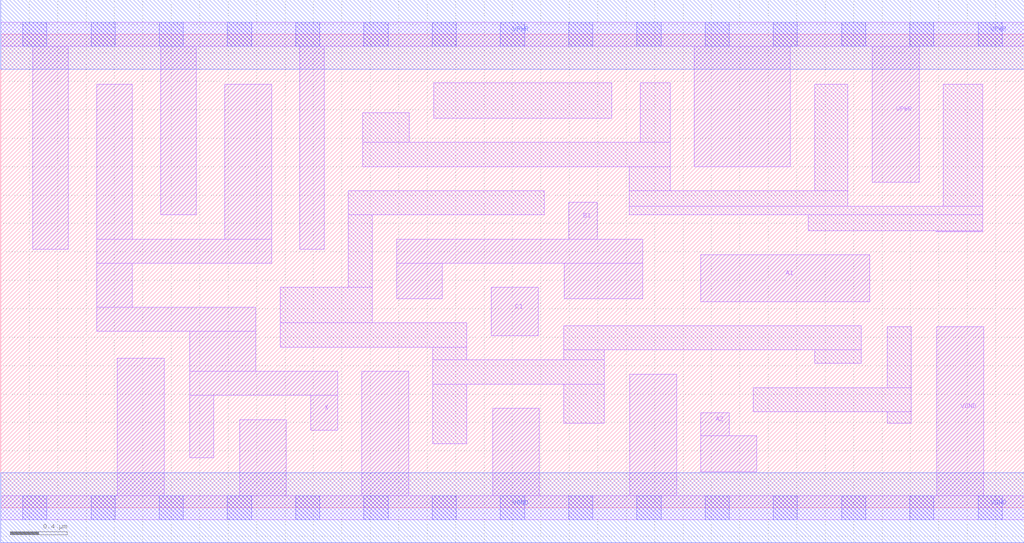
<source format=lef>
# Copyright 2020 The SkyWater PDK Authors
#
# Licensed under the Apache License, Version 2.0 (the "License");
# you may not use this file except in compliance with the License.
# You may obtain a copy of the License at
#
#     https://www.apache.org/licenses/LICENSE-2.0
#
# Unless required by applicable law or agreed to in writing, software
# distributed under the License is distributed on an "AS IS" BASIS,
# WITHOUT WARRANTIES OR CONDITIONS OF ANY KIND, either express or implied.
# See the License for the specific language governing permissions and
# limitations under the License.
#
# SPDX-License-Identifier: Apache-2.0

VERSION 5.7 ;
  NAMESCASESENSITIVE ON ;
  NOWIREEXTENSIONATPIN ON ;
  DIVIDERCHAR "/" ;
  BUSBITCHARS "[]" ;
UNITS
  DATABASE MICRONS 200 ;
END UNITS
MACRO sky130_fd_sc_hs__a211o_4
  CLASS CORE ;
  SOURCE USER ;
  FOREIGN sky130_fd_sc_hs__a211o_4 ;
  ORIGIN  0.000000  0.000000 ;
  SIZE  7.200000 BY  3.330000 ;
  SYMMETRY X Y ;
  SITE unit ;
  PIN A1
    ANTENNAGATEAREA  0.492000 ;
    DIRECTION INPUT ;
    USE SIGNAL ;
    PORT
      LAYER li1 ;
        RECT 4.925000 1.450000 6.115000 1.780000 ;
    END
  END A1
  PIN A2
    ANTENNAGATEAREA  0.492000 ;
    DIRECTION INPUT ;
    USE SIGNAL ;
    PORT
      LAYER li1 ;
        RECT 4.925000 0.255000 5.320000 0.505000 ;
        RECT 4.925000 0.505000 5.125000 0.670000 ;
    END
  END A2
  PIN B1
    ANTENNAGATEAREA  0.492000 ;
    DIRECTION INPUT ;
    USE SIGNAL ;
    PORT
      LAYER li1 ;
        RECT 2.785000 1.470000 3.105000 1.720000 ;
        RECT 2.785000 1.720000 4.515000 1.890000 ;
        RECT 3.965000 1.470000 4.515000 1.720000 ;
        RECT 3.995000 1.890000 4.195000 2.150000 ;
    END
  END B1
  PIN C1
    ANTENNAGATEAREA  0.492000 ;
    DIRECTION INPUT ;
    USE SIGNAL ;
    PORT
      LAYER li1 ;
        RECT 3.450000 1.210000 3.780000 1.550000 ;
    END
  END C1
  PIN X
    ANTENNADIFFAREA  1.086400 ;
    DIRECTION OUTPUT ;
    USE SIGNAL ;
    PORT
      LAYER li1 ;
        RECT 0.675000 1.240000 1.795000 1.410000 ;
        RECT 0.675000 1.410000 0.925000 1.720000 ;
        RECT 0.675000 1.720000 1.905000 1.890000 ;
        RECT 0.675000 1.890000 0.925000 2.980000 ;
        RECT 1.330000 0.350000 1.500000 0.790000 ;
        RECT 1.330000 0.790000 2.370000 0.960000 ;
        RECT 1.330000 0.960000 1.795000 1.240000 ;
        RECT 1.575000 1.890000 1.905000 2.980000 ;
        RECT 2.180000 0.545000 2.370000 0.790000 ;
    END
  END X
  PIN VGND
    DIRECTION INOUT ;
    USE GROUND ;
    PORT
      LAYER li1 ;
        RECT 0.000000 -0.085000 7.200000 0.085000 ;
        RECT 0.820000  0.085000 1.150000 1.050000 ;
        RECT 1.680000  0.085000 2.010000 0.620000 ;
        RECT 2.540000  0.085000 2.870000 0.960000 ;
        RECT 3.460000  0.085000 3.790000 0.700000 ;
        RECT 4.425000  0.085000 4.755000 0.940000 ;
        RECT 6.585000  0.085000 6.915000 1.275000 ;
      LAYER mcon ;
        RECT 0.155000 -0.085000 0.325000 0.085000 ;
        RECT 0.635000 -0.085000 0.805000 0.085000 ;
        RECT 1.115000 -0.085000 1.285000 0.085000 ;
        RECT 1.595000 -0.085000 1.765000 0.085000 ;
        RECT 2.075000 -0.085000 2.245000 0.085000 ;
        RECT 2.555000 -0.085000 2.725000 0.085000 ;
        RECT 3.035000 -0.085000 3.205000 0.085000 ;
        RECT 3.515000 -0.085000 3.685000 0.085000 ;
        RECT 3.995000 -0.085000 4.165000 0.085000 ;
        RECT 4.475000 -0.085000 4.645000 0.085000 ;
        RECT 4.955000 -0.085000 5.125000 0.085000 ;
        RECT 5.435000 -0.085000 5.605000 0.085000 ;
        RECT 5.915000 -0.085000 6.085000 0.085000 ;
        RECT 6.395000 -0.085000 6.565000 0.085000 ;
        RECT 6.875000 -0.085000 7.045000 0.085000 ;
      LAYER met1 ;
        RECT 0.000000 -0.245000 7.200000 0.245000 ;
    END
  END VGND
  PIN VPWR
    DIRECTION INOUT ;
    USE POWER ;
    PORT
      LAYER li1 ;
        RECT 0.000000 3.245000 7.200000 3.415000 ;
        RECT 0.225000 1.820000 0.475000 3.245000 ;
        RECT 1.125000 2.060000 1.375000 3.245000 ;
        RECT 2.105000 1.820000 2.275000 3.245000 ;
        RECT 4.880000 2.400000 5.555000 3.245000 ;
        RECT 6.130000 2.290000 6.460000 3.245000 ;
      LAYER mcon ;
        RECT 0.155000 3.245000 0.325000 3.415000 ;
        RECT 0.635000 3.245000 0.805000 3.415000 ;
        RECT 1.115000 3.245000 1.285000 3.415000 ;
        RECT 1.595000 3.245000 1.765000 3.415000 ;
        RECT 2.075000 3.245000 2.245000 3.415000 ;
        RECT 2.555000 3.245000 2.725000 3.415000 ;
        RECT 3.035000 3.245000 3.205000 3.415000 ;
        RECT 3.515000 3.245000 3.685000 3.415000 ;
        RECT 3.995000 3.245000 4.165000 3.415000 ;
        RECT 4.475000 3.245000 4.645000 3.415000 ;
        RECT 4.955000 3.245000 5.125000 3.415000 ;
        RECT 5.435000 3.245000 5.605000 3.415000 ;
        RECT 5.915000 3.245000 6.085000 3.415000 ;
        RECT 6.395000 3.245000 6.565000 3.415000 ;
        RECT 6.875000 3.245000 7.045000 3.415000 ;
      LAYER met1 ;
        RECT 0.000000 3.085000 7.200000 3.575000 ;
    END
  END VPWR
  OBS
    LAYER li1 ;
      RECT 1.965000 1.130000 3.280000 1.300000 ;
      RECT 1.965000 1.300000 2.615000 1.550000 ;
      RECT 2.445000 1.550000 2.615000 2.060000 ;
      RECT 2.445000 2.060000 3.825000 2.230000 ;
      RECT 2.545000 2.400000 4.710000 2.570000 ;
      RECT 2.545000 2.570000 2.875000 2.780000 ;
      RECT 3.040000 0.450000 3.280000 0.870000 ;
      RECT 3.040000 0.870000 4.245000 1.040000 ;
      RECT 3.040000 1.040000 3.280000 1.130000 ;
      RECT 3.045000 2.740000 4.300000 2.990000 ;
      RECT 3.960000 0.595000 4.245000 0.870000 ;
      RECT 3.960000 1.040000 4.245000 1.110000 ;
      RECT 3.960000 1.110000 6.055000 1.280000 ;
      RECT 4.420000 2.060000 6.910000 2.120000 ;
      RECT 4.420000 2.120000 5.960000 2.230000 ;
      RECT 4.420000 2.230000 4.710000 2.400000 ;
      RECT 4.500000 2.570000 4.710000 2.990000 ;
      RECT 5.295000 0.675000 6.405000 0.845000 ;
      RECT 5.680000 1.950000 6.910000 2.060000 ;
      RECT 5.725000 1.015000 6.055000 1.110000 ;
      RECT 5.725000 2.230000 5.960000 2.980000 ;
      RECT 6.235000 0.595000 6.405000 0.675000 ;
      RECT 6.235000 0.845000 6.405000 1.275000 ;
      RECT 6.580000 1.940000 6.910000 1.950000 ;
      RECT 6.630000 2.120000 6.910000 2.980000 ;
  END
END sky130_fd_sc_hs__a211o_4

</source>
